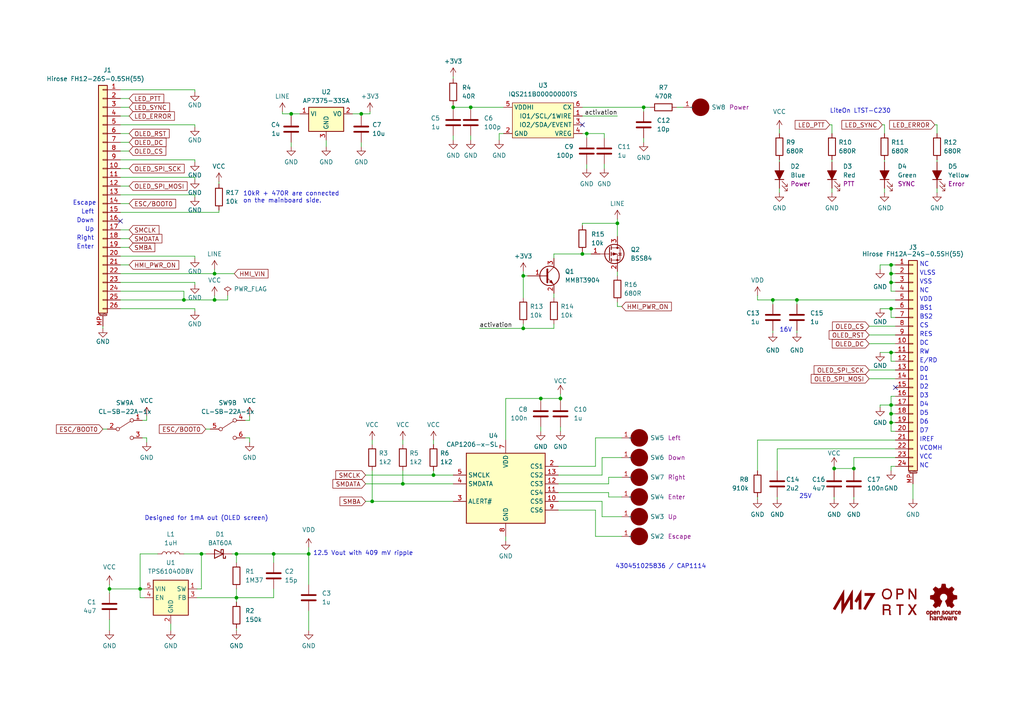
<source format=kicad_sch>
(kicad_sch (version 20230121) (generator eeschema)
  (paper "A4")
  (junction (at 62.23 79.375))
  (junction (at 258.445 120.015))
  (junction (at 162.56 115.57))
  (junction (at 168.91 73.66))
  (junction (at 116.84 140.335))
  (junction (at 31.75 170.815))
  (junction (at 170.18 38.735))
  (junction (at 247.65 135.89))
  (junction (at 224.155 86.995))
  (junction (at 241.935 135.89))
  (junction (at 131.445 31.115))
  (junction (at 151.765 80.01))
  (junction (at 258.445 81.915))
  (junction (at 89.535 160.655))
  (junction (at 179.07 64.77))
  (junction (at 62.23 86.995))
  (junction (at 136.525 31.115))
  (junction (at 53.34 86.995))
  (junction (at 107.95 145.415))
  (junction (at 58.42 160.655))
  (junction (at 258.445 76.835))
  (junction (at 258.445 89.535))
  (junction (at 231.14 86.995))
  (junction (at 186.69 31.115))
  (junction (at 84.455 33.02))
  (junction (at 151.765 95.25))
  (junction (at 68.58 173.355))
  (junction (at 258.445 102.235))
  (junction (at 258.445 79.375))
  (junction (at 258.445 122.555))
  (junction (at 79.375 160.655))
  (junction (at 68.58 160.655))
  (junction (at 258.445 117.475))
  (junction (at 156.845 115.57))
  (junction (at 104.775 33.02))
  (junction (at 40.64 170.815))
  (junction (at 125.73 137.795))
  (no_connect (at 259.715 112.395))
  (no_connect (at 34.925 64.135))
  (no_connect (at 168.91 36.195))
  (wire (pts (xy 176.53 144.145) (xy 180.34 144.145)))
  (wire (pts (xy 125.73 137.795) (xy 131.445 137.795)))
  (wire (pts (xy 258.445 135.255) (xy 259.715 135.255)))
  (wire (pts (xy 56.515 81.915) (xy 34.925 81.915)))
  (wire (pts (xy 258.445 135.255) (xy 258.445 136.525)))
  (wire (pts (xy 271.145 36.195) (xy 271.78 36.195)))
  (wire (pts (xy 160.655 93.98) (xy 160.655 95.25)))
  (wire (pts (xy 79.375 170.815) (xy 79.375 173.355)))
  (wire (pts (xy 125.73 127.635) (xy 125.73 128.905)))
  (wire (pts (xy 56.515 56.515) (xy 56.515 57.15)))
  (wire (pts (xy 170.18 47.625) (xy 170.18 48.895)))
  (wire (pts (xy 258.445 89.535) (xy 258.445 92.075)))
  (wire (pts (xy 106.045 137.795) (xy 125.73 137.795)))
  (wire (pts (xy 231.14 86.995) (xy 231.14 88.265)))
  (wire (pts (xy 31.75 170.815) (xy 40.64 170.815)))
  (wire (pts (xy 56.515 74.295) (xy 34.925 74.295)))
  (wire (pts (xy 68.58 163.195) (xy 68.58 160.655)))
  (wire (pts (xy 56.515 74.295) (xy 56.515 74.93)))
  (wire (pts (xy 172.72 127) (xy 180.34 127)))
  (wire (pts (xy 56.515 46.355) (xy 34.925 46.355)))
  (wire (pts (xy 94.615 40.64) (xy 94.615 42.545)))
  (wire (pts (xy 136.525 31.115) (xy 146.05 31.115)))
  (wire (pts (xy 81.915 33.02) (xy 84.455 33.02)))
  (wire (pts (xy 219.71 127.635) (xy 219.71 136.525)))
  (wire (pts (xy 258.445 120.015) (xy 259.715 120.015)))
  (wire (pts (xy 258.445 117.475) (xy 258.445 120.015)))
  (wire (pts (xy 107.95 145.415) (xy 131.445 145.415)))
  (wire (pts (xy 186.69 31.115) (xy 188.595 31.115)))
  (wire (pts (xy 241.3 54.61) (xy 241.3 55.88)))
  (wire (pts (xy 224.155 86.995) (xy 224.155 88.265)))
  (wire (pts (xy 125.73 136.525) (xy 125.73 137.795)))
  (wire (pts (xy 241.935 135.89) (xy 247.65 135.89)))
  (wire (pts (xy 258.445 114.935) (xy 258.445 117.475)))
  (wire (pts (xy 56.515 36.195) (xy 34.925 36.195)))
  (wire (pts (xy 258.445 79.375) (xy 258.445 81.915)))
  (wire (pts (xy 241.935 135.89) (xy 241.935 136.525)))
  (wire (pts (xy 162.56 123.825) (xy 162.56 125.095)))
  (wire (pts (xy 31.75 169.545) (xy 31.75 170.815)))
  (wire (pts (xy 131.445 39.37) (xy 131.445 40.64)))
  (wire (pts (xy 37.465 71.755) (xy 34.925 71.755)))
  (wire (pts (xy 258.445 117.475) (xy 259.715 117.475)))
  (wire (pts (xy 179.07 63.5) (xy 179.07 64.77)))
  (wire (pts (xy 226.06 54.61) (xy 226.06 55.88)))
  (wire (pts (xy 252.095 107.315) (xy 259.715 107.315)))
  (wire (pts (xy 258.445 84.455) (xy 259.715 84.455)))
  (wire (pts (xy 41.275 121.92) (xy 42.545 121.92)))
  (wire (pts (xy 247.65 144.145) (xy 247.65 144.78)))
  (wire (pts (xy 89.535 160.655) (xy 89.535 169.545)))
  (wire (pts (xy 62.23 78.105) (xy 62.23 79.375)))
  (wire (pts (xy 224.155 86.995) (xy 231.14 86.995)))
  (wire (pts (xy 168.91 38.735) (xy 170.18 38.735)))
  (wire (pts (xy 172.72 155.575) (xy 180.34 155.575)))
  (wire (pts (xy 56.515 26.035) (xy 34.925 26.035)))
  (wire (pts (xy 258.445 76.835) (xy 258.445 79.375)))
  (wire (pts (xy 79.375 160.655) (xy 89.535 160.655)))
  (wire (pts (xy 56.515 56.515) (xy 34.925 56.515)))
  (wire (pts (xy 255.27 76.835) (xy 255.27 78.105)))
  (wire (pts (xy 37.465 41.275) (xy 34.925 41.275)))
  (wire (pts (xy 258.445 79.375) (xy 259.715 79.375)))
  (wire (pts (xy 219.71 144.145) (xy 219.71 144.78)))
  (wire (pts (xy 68.58 160.655) (xy 79.375 160.655)))
  (wire (pts (xy 258.445 114.935) (xy 259.715 114.935)))
  (wire (pts (xy 252.095 109.855) (xy 259.715 109.855)))
  (wire (pts (xy 131.445 22.225) (xy 131.445 22.86)))
  (wire (pts (xy 59.69 124.46) (xy 60.96 124.46)))
  (wire (pts (xy 255.27 89.535) (xy 258.445 89.535)))
  (wire (pts (xy 255.27 76.835) (xy 258.445 76.835)))
  (wire (pts (xy 179.07 78.74) (xy 179.07 80.01)))
  (wire (pts (xy 241.3 46.99) (xy 241.3 46.355)))
  (wire (pts (xy 231.14 95.885) (xy 231.14 96.52)))
  (wire (pts (xy 56.515 46.355) (xy 56.515 46.99)))
  (wire (pts (xy 37.465 38.735) (xy 34.925 38.735)))
  (wire (pts (xy 84.455 33.02) (xy 84.455 33.655)))
  (wire (pts (xy 161.925 140.335) (xy 176.53 140.335)))
  (wire (pts (xy 63.5 52.705) (xy 63.5 53.34)))
  (wire (pts (xy 131.445 31.115) (xy 131.445 31.75)))
  (wire (pts (xy 247.65 135.89) (xy 247.65 136.525)))
  (wire (pts (xy 172.72 127) (xy 172.72 135.255)))
  (wire (pts (xy 255.27 117.475) (xy 255.27 118.11)))
  (wire (pts (xy 37.465 53.975) (xy 34.925 53.975)))
  (wire (pts (xy 258.445 104.775) (xy 259.715 104.775)))
  (wire (pts (xy 71.12 121.92) (xy 72.39 121.92)))
  (wire (pts (xy 68.58 170.815) (xy 68.58 173.355)))
  (wire (pts (xy 255.27 102.235) (xy 258.445 102.235)))
  (wire (pts (xy 252.095 99.695) (xy 259.715 99.695)))
  (wire (pts (xy 174.625 145.415) (xy 174.625 149.86)))
  (wire (pts (xy 162.56 114.3) (xy 162.56 115.57)))
  (wire (pts (xy 175.26 47.625) (xy 175.26 48.895)))
  (wire (pts (xy 131.445 30.48) (xy 131.445 31.115)))
  (wire (pts (xy 72.39 127) (xy 72.39 128.27)))
  (wire (pts (xy 29.845 124.46) (xy 31.115 124.46)))
  (wire (pts (xy 240.665 36.195) (xy 241.3 36.195)))
  (wire (pts (xy 84.455 41.275) (xy 84.455 42.545)))
  (wire (pts (xy 156.845 115.57) (xy 146.685 115.57)))
  (wire (pts (xy 56.515 89.535) (xy 56.515 90.17)))
  (wire (pts (xy 68.58 182.245) (xy 68.58 182.88)))
  (wire (pts (xy 67.31 160.655) (xy 68.58 160.655)))
  (wire (pts (xy 102.235 33.02) (xy 104.775 33.02)))
  (wire (pts (xy 144.78 38.735) (xy 146.05 38.735)))
  (wire (pts (xy 144.78 38.735) (xy 144.78 40.64)))
  (wire (pts (xy 56.515 26.67) (xy 56.515 26.035)))
  (wire (pts (xy 225.425 144.145) (xy 225.425 144.78)))
  (wire (pts (xy 258.445 120.015) (xy 258.445 122.555)))
  (wire (pts (xy 174.625 149.86) (xy 180.34 149.86)))
  (wire (pts (xy 258.445 102.235) (xy 258.445 104.775)))
  (wire (pts (xy 139.065 95.25) (xy 151.765 95.25)))
  (wire (pts (xy 106.045 140.335) (xy 116.84 140.335)))
  (wire (pts (xy 168.91 73.025) (xy 168.91 73.66)))
  (wire (pts (xy 161.925 137.795) (xy 174.625 137.795)))
  (wire (pts (xy 231.14 86.995) (xy 259.715 86.995)))
  (wire (pts (xy 84.455 33.02) (xy 86.995 33.02)))
  (wire (pts (xy 170.18 38.735) (xy 170.18 40.005)))
  (wire (pts (xy 255.905 36.195) (xy 256.54 36.195)))
  (wire (pts (xy 156.845 115.57) (xy 156.845 116.205)))
  (wire (pts (xy 252.095 97.155) (xy 259.715 97.155)))
  (wire (pts (xy 271.78 36.195) (xy 271.78 38.735)))
  (wire (pts (xy 160.655 73.66) (xy 160.655 74.93)))
  (wire (pts (xy 58.42 160.655) (xy 58.42 170.815)))
  (wire (pts (xy 241.935 144.145) (xy 241.935 144.78)))
  (wire (pts (xy 31.75 179.705) (xy 31.75 182.88)))
  (wire (pts (xy 271.78 54.61) (xy 271.78 55.88)))
  (wire (pts (xy 256.54 54.61) (xy 256.54 55.88)))
  (wire (pts (xy 224.155 95.885) (xy 224.155 96.52)))
  (wire (pts (xy 89.535 177.165) (xy 89.535 182.88)))
  (wire (pts (xy 66.04 86.995) (xy 62.23 86.995)))
  (wire (pts (xy 179.07 64.77) (xy 179.07 68.58)))
  (wire (pts (xy 226.06 46.99) (xy 226.06 46.355)))
  (wire (pts (xy 116.84 140.335) (xy 131.445 140.335)))
  (wire (pts (xy 37.465 69.215) (xy 34.925 69.215)))
  (wire (pts (xy 81.915 32.385) (xy 81.915 33.02)))
  (wire (pts (xy 151.765 80.01) (xy 151.765 86.36)))
  (wire (pts (xy 258.445 125.095) (xy 259.715 125.095)))
  (wire (pts (xy 42.545 127) (xy 42.545 128.27)))
  (wire (pts (xy 258.445 81.915) (xy 258.445 84.455)))
  (wire (pts (xy 168.91 33.655) (xy 179.07 33.655)))
  (wire (pts (xy 56.515 36.195) (xy 56.515 36.83)))
  (wire (pts (xy 116.84 136.525) (xy 116.84 140.335)))
  (wire (pts (xy 160.655 73.66) (xy 168.91 73.66)))
  (wire (pts (xy 106.045 145.415) (xy 107.95 145.415)))
  (wire (pts (xy 62.23 79.375) (xy 34.925 79.375)))
  (wire (pts (xy 131.445 31.115) (xy 136.525 31.115)))
  (wire (pts (xy 89.535 158.75) (xy 89.535 160.655)))
  (wire (pts (xy 151.765 78.74) (xy 151.765 80.01)))
  (wire (pts (xy 258.445 92.075) (xy 259.715 92.075)))
  (wire (pts (xy 271.78 46.99) (xy 271.78 46.355)))
  (wire (pts (xy 156.845 115.57) (xy 162.56 115.57)))
  (wire (pts (xy 241.3 36.195) (xy 241.3 38.735)))
  (wire (pts (xy 175.26 38.735) (xy 175.26 40.005)))
  (wire (pts (xy 42.545 120.65) (xy 42.545 121.92)))
  (wire (pts (xy 49.53 180.975) (xy 49.53 182.88)))
  (wire (pts (xy 53.34 86.995) (xy 34.925 86.995)))
  (wire (pts (xy 252.095 94.615) (xy 259.715 94.615)))
  (wire (pts (xy 258.445 102.235) (xy 259.715 102.235)))
  (wire (pts (xy 53.34 84.455) (xy 53.34 86.995)))
  (wire (pts (xy 258.445 122.555) (xy 259.715 122.555)))
  (wire (pts (xy 170.18 38.735) (xy 175.26 38.735)))
  (wire (pts (xy 72.39 120.65) (xy 72.39 121.92)))
  (wire (pts (xy 68.58 173.355) (xy 79.375 173.355)))
  (wire (pts (xy 56.515 51.435) (xy 34.925 51.435)))
  (wire (pts (xy 151.765 95.25) (xy 160.655 95.25)))
  (wire (pts (xy 57.15 173.355) (xy 68.58 173.355)))
  (wire (pts (xy 116.84 127.635) (xy 116.84 128.905)))
  (wire (pts (xy 247.65 132.715) (xy 247.65 135.89)))
  (wire (pts (xy 247.65 132.715) (xy 259.715 132.715)))
  (wire (pts (xy 161.925 145.415) (xy 174.625 145.415)))
  (wire (pts (xy 53.34 160.655) (xy 58.42 160.655)))
  (wire (pts (xy 41.275 127) (xy 42.545 127)))
  (wire (pts (xy 225.425 130.175) (xy 225.425 136.525)))
  (wire (pts (xy 226.06 37.465) (xy 226.06 38.735)))
  (wire (pts (xy 168.91 31.115) (xy 186.69 31.115)))
  (wire (pts (xy 59.69 160.655) (xy 58.42 160.655)))
  (wire (pts (xy 136.525 39.37) (xy 136.525 40.64)))
  (wire (pts (xy 264.795 140.335) (xy 264.795 144.78)))
  (wire (pts (xy 56.515 51.435) (xy 56.515 52.07)))
  (wire (pts (xy 146.685 155.575) (xy 146.685 156.845)))
  (wire (pts (xy 62.23 86.995) (xy 62.23 85.725)))
  (wire (pts (xy 168.91 64.77) (xy 179.07 64.77)))
  (wire (pts (xy 67.945 79.375) (xy 62.23 79.375)))
  (wire (pts (xy 255.27 117.475) (xy 258.445 117.475)))
  (wire (pts (xy 63.5 60.96) (xy 63.5 61.595)))
  (wire (pts (xy 186.69 40.005) (xy 186.69 41.275)))
  (wire (pts (xy 161.925 147.955) (xy 172.72 147.955)))
  (wire (pts (xy 62.23 86.995) (xy 53.34 86.995)))
  (wire (pts (xy 107.315 32.385) (xy 107.315 33.02)))
  (wire (pts (xy 258.445 89.535) (xy 259.715 89.535)))
  (wire (pts (xy 107.95 127.635) (xy 107.95 128.905)))
  (wire (pts (xy 161.925 142.875) (xy 176.53 142.875)))
  (wire (pts (xy 31.75 170.815) (xy 31.75 172.085)))
  (wire (pts (xy 219.71 127.635) (xy 259.715 127.635)))
  (wire (pts (xy 37.465 66.675) (xy 34.925 66.675)))
  (wire (pts (xy 179.07 88.9) (xy 180.34 88.9)))
  (wire (pts (xy 176.53 138.43) (xy 180.34 138.43)))
  (wire (pts (xy 151.765 80.01) (xy 153.035 80.01)))
  (wire (pts (xy 156.845 123.825) (xy 156.845 125.095)))
  (wire (pts (xy 174.625 132.715) (xy 180.34 132.715)))
  (wire (pts (xy 56.515 89.535) (xy 34.925 89.535)))
  (wire (pts (xy 136.525 31.115) (xy 136.525 31.75)))
  (wire (pts (xy 37.465 28.575) (xy 34.925 28.575)))
  (wire (pts (xy 162.56 115.57) (xy 162.56 116.205)))
  (wire (pts (xy 241.935 135.255) (xy 241.935 135.89)))
  (wire (pts (xy 168.91 64.77) (xy 168.91 65.405)))
  (wire (pts (xy 40.64 160.655) (xy 40.64 170.815)))
  (wire (pts (xy 176.53 138.43) (xy 176.53 140.335)))
  (wire (pts (xy 196.215 31.115) (xy 198.12 31.115)))
  (wire (pts (xy 79.375 160.655) (xy 79.375 163.195)))
  (wire (pts (xy 104.775 42.545) (xy 104.775 41.275)))
  (wire (pts (xy 258.445 76.835) (xy 259.715 76.835)))
  (wire (pts (xy 104.775 33.02) (xy 104.775 33.655)))
  (wire (pts (xy 179.07 87.63) (xy 179.07 88.9)))
  (wire (pts (xy 37.465 59.055) (xy 34.925 59.055)))
  (wire (pts (xy 258.445 81.915) (xy 259.715 81.915)))
  (wire (pts (xy 174.625 132.715) (xy 174.625 137.795)))
  (wire (pts (xy 40.64 170.815) (xy 40.64 173.355)))
  (wire (pts (xy 37.465 43.815) (xy 34.925 43.815)))
  (wire (pts (xy 37.465 33.655) (xy 34.925 33.655)))
  (wire (pts (xy 186.69 31.115) (xy 186.69 32.385)))
  (wire (pts (xy 40.64 160.655) (xy 45.72 160.655)))
  (wire (pts (xy 57.15 170.815) (xy 58.42 170.815)))
  (wire (pts (xy 219.71 85.725) (xy 219.71 86.995)))
  (wire (pts (xy 71.12 127) (xy 72.39 127)))
  (wire (pts (xy 37.465 31.115) (xy 34.925 31.115)))
  (wire (pts (xy 256.54 46.99) (xy 256.54 46.355)))
  (wire (pts (xy 151.765 93.98) (xy 151.765 95.25)))
  (wire (pts (xy 34.925 61.595) (xy 63.5 61.595)))
  (wire (pts (xy 68.58 173.355) (xy 68.58 174.625)))
  (wire (pts (xy 258.445 122.555) (xy 258.445 125.095)))
  (wire (pts (xy 104.775 33.02) (xy 107.315 33.02)))
  (wire (pts (xy 146.685 115.57) (xy 146.685 127.635)))
  (wire (pts (xy 176.53 142.875) (xy 176.53 144.145)))
  (wire (pts (xy 53.34 84.455) (xy 34.925 84.455)))
  (wire (pts (xy 160.655 85.09) (xy 160.655 86.36)))
  (wire (pts (xy 37.465 48.895) (xy 34.925 48.895)))
  (wire (pts (xy 56.515 81.915) (xy 56.515 82.55)))
  (wire (pts (xy 256.54 36.195) (xy 256.54 38.735)))
  (wire (pts (xy 40.64 173.355) (xy 41.91 173.355)))
  (wire (pts (xy 107.95 136.525) (xy 107.95 145.415)))
  (wire (pts (xy 219.71 86.995) (xy 224.155 86.995)))
  (wire (pts (xy 37.465 76.835) (xy 34.925 76.835)))
  (wire (pts (xy 225.425 130.175) (xy 259.715 130.175)))
  (wire (pts (xy 172.72 147.955) (xy 172.72 155.575)))
  (wire (pts (xy 40.64 170.815) (xy 41.91 170.815)))
  (wire (pts (xy 29.845 94.615) (xy 29.845 95.25)))
  (wire (pts (xy 168.91 73.66) (xy 171.45 73.66)))
  (wire (pts (xy 161.925 135.255) (xy 172.72 135.255)))
  (wire (pts (xy 66.04 86.995) (xy 66.04 85.725)))
  (text "Designed for 1mA out (OLED screen)" (at 41.91 151.13 0) (effects (font (size 1.27 1.27)) (justify left bottom)))
  (text "CS" (at 266.7 95.25 0) (effects (font (size 1.27 1.27)) (justify left bottom)))
  (text "12.5 Vout with 409 mV ripple" (at 90.805 161.29 0) (effects (font (size 1.27 1.27)) (justify left bottom)))
  (text "VCOMH" (at 266.7 130.81 0) (effects (font (size 1.27 1.27)) (justify left bottom)))
  (text "E/RD" (at 266.7 105.41 0) (effects (font (size 1.27 1.27)) (justify left bottom)))
  (text "IREF" (at 266.7 128.27 0) (effects (font (size 1.27 1.27)) (justify left bottom)))
  (text "D0" (at 266.6811 107.9161 0) (effects (font (size 1.27 1.27)) (justify left bottom)))
  (text "NC" (at 266.7 85.09 0) (effects (font (size 1.27 1.27)) (justify left bottom)))
  (text "D1" (at 266.7 110.49 0) (effects (font (size 1.27 1.27)) (justify left bottom)))
  (text "VDD" (at 266.7 87.63 0) (effects (font (size 1.27 1.27)) (justify left bottom)))
  (text "10kR + 470R are connected\non the mainboard side." (at 70.485 59.055 0) (effects (font (size 1.27 1.27)) (justify left bottom)))
  (text "BS2" (at 266.7 92.71 0) (effects (font (size 1.27 1.27)) (justify left bottom)))
  (text "Right" (at 27.305 69.85 0) (effects (font (size 1.27 1.27)) (justify right bottom)))
  (text "25V" (at 231.775 144.78 0) (effects (font (size 1.27 1.27)) (justify left bottom)))
  (text "Enter" (at 27.305 72.39 0) (effects (font (size 1.27 1.27)) (justify right bottom)))
  (text "D7" (at 266.7 125.73 0) (effects (font (size 1.27 1.27)) (justify left bottom)))
  (text "D3" (at 266.7 115.57 0) (effects (font (size 1.27 1.27)) (justify left bottom)))
  (text "D4" (at 266.7 118.11 0) (effects (font (size 1.27 1.27)) (justify left bottom)))
  (text "LiteOn LTST-C230" (at 240.665 33.02 0) (effects (font (size 1.27 1.27)) (justify left bottom)))
  (text "NC" (at 266.6811 135.86 0) (effects (font (size 1.27 1.27)) (justify left bottom)))
  (text "Down" (at 27.305 64.77 0) (effects (font (size 1.27 1.27)) (justify right bottom)))
  (text "VLSS" (at 266.7 80.01 0) (effects (font (size 1.27 1.27)) (justify left bottom)))
  (text "VCC" (at 266.7 133.35 0) (effects (font (size 1.27 1.27)) (justify left bottom)))
  (text "RW" (at 266.7 102.87 0) (effects (font (size 1.27 1.27)) (justify left bottom)))
  (text "DC" (at 266.7 100.33 0) (effects (font (size 1.27 1.27)) (justify left bottom)))
  (text "Escape" (at 27.94 59.69 0) (effects (font (size 1.27 1.27)) (justify right bottom)))
  (text "D6" (at 266.7 123.19 0) (effects (font (size 1.27 1.27)) (justify left bottom)))
  (text "Left" (at 27.305 62.23 0) (effects (font (size 1.27 1.27)) (justify right bottom)))
  (text "430451025836 / CAP1114\n" (at 178.435 165.1 0) (effects (font (size 1.27 1.27)) (justify left bottom)))
  (text "RES" (at 266.7 97.79 0) (effects (font (size 1.27 1.27)) (justify left bottom)))
  (text "16V" (at 226.06 96.52 0) (effects (font (size 1.27 1.27)) (justify left bottom)))
  (text "VSS" (at 266.7 82.55 0) (effects (font (size 1.27 1.27)) (justify left bottom)))
  (text "D5" (at 266.7 120.65 0) (effects (font (size 1.27 1.27)) (justify left bottom)))
  (text "NC" (at 266.7 77.47 0) (effects (font (size 1.27 1.27)) (justify left bottom)))
  (text "BS1" (at 266.7 90.17 0) (effects (font (size 1.27 1.27)) (justify left bottom)))
  (text "Up" (at 27.305 67.31 0) (effects (font (size 1.27 1.27)) (justify right bottom)))
  (text "D2" (at 266.7 113.03 0) (effects (font (size 1.27 1.27)) (justify left bottom)))
  (label "activation" (at 179.07 33.655 180))
  (label "activation" (at 139.065 95.25 0))
  (global_label "HMI_PWR_ON" (shape input) (at 37.465 76.835 0) (property "Intersheetrefs" "${INTERSHEET_REFS}" (effects hide)))
  (global_label "SMBA" (shape input) (at 106.045 145.415 180) (property "Intersheetrefs" "${INTERSHEET_REFS}" (effects hide)))
  (global_label "OLED_SPI_SCK" (shape input) (at 252.095 107.315 180) (property "Intersheetrefs" "${INTERSHEET_REFS}" (effects hide)))
  (global_label "OLED_RST" (shape input) (at 252.095 97.155 180) (property "Intersheetrefs" "${INTERSHEET_REFS}" (effects hide)))
  (global_label "ESC{slash}BOOT0" (shape input) (at 37.465 59.055 0) (property "Intersheetrefs" "${INTERSHEET_REFS}" (effects hide)))
  (global_label "OLED_RST" (shape input) (at 37.465 38.735 0) (property "Intersheetrefs" "${INTERSHEET_REFS}" (effects hide)))
  (global_label "SMDATA" (shape input) (at 37.465 69.215 0) (property "Intersheetrefs" "${INTERSHEET_REFS}" (effects hide)))
  (global_label "LED_PTT" (shape input) (at 240.665 36.195 180) (property "Intersheetrefs" "${INTERSHEET_REFS}" (effects hide)))
  (global_label "ESC{slash}BOOT0" (shape input) (at 59.69 124.46 180) (property "Intersheetrefs" "${INTERSHEET_REFS}" (effects hide)))
  (global_label "HMI_VIN" (shape input) (at 67.945 79.375 0) (property "Intersheetrefs" "${INTERSHEET_REFS}" (effects hide)))
  (global_label "HMI_PWR_ON" (shape input) (at 180.34 88.9 0) (property "Intersheetrefs" "${INTERSHEET_REFS}" (effects hide)))
  (global_label "SMDATA" (shape input) (at 106.045 140.335 180) (property "Intersheetrefs" "${INTERSHEET_REFS}" (effects hide)))
  (global_label "OLED_CS" (shape input) (at 252.095 94.615 180) (property "Intersheetrefs" "${INTERSHEET_REFS}" (effects hide)))
  (global_label "LED_PTT" (shape input) (at 37.465 28.575 0) (property "Intersheetrefs" "${INTERSHEET_REFS}" (effects hide)))
  (global_label "OLED_SPI_SCK" (shape input) (at 37.465 48.895 0) (property "Intersheetrefs" "${INTERSHEET_REFS}" (effects hide)))
  (global_label "SMCLK" (shape input) (at 106.045 137.795 180) (property "Intersheetrefs" "${INTERSHEET_REFS}" (effects hide)))
  (global_label "OLED_CS" (shape input) (at 37.465 43.815 0) (property "Intersheetrefs" "${INTERSHEET_REFS}" (effects hide)))
  (global_label "OLED_SPI_MOSI" (shape input) (at 252.095 109.855 180) (property "Intersheetrefs" "${INTERSHEET_REFS}" (effects hide)))
  (global_label "OLED_SPI_MOSI" (shape input) (at 37.465 53.975 0) (property "Intersheetrefs" "${INTERSHEET_REFS}" (effects hide)))
  (global_label "ESC{slash}BOOT0" (shape input) (at 29.845 124.46 180) (property "Intersheetrefs" "${INTERSHEET_REFS}" (effects hide)))
  (global_label "SMCLK" (shape input) (at 37.465 66.675 0) (property "Intersheetrefs" "${INTERSHEET_REFS}" (effects hide)))
  (global_label "LED_SYNC" (shape input) (at 37.465 31.115 0) (property "Intersheetrefs" "${INTERSHEET_REFS}" (effects hide)))
  (global_label "OLED_DC" (shape input) (at 37.465 41.275 0) (property "Intersheetrefs" "${INTERSHEET_REFS}" (effects hide)))
  (global_label "OLED_DC" (shape input) (at 252.095 99.695 180) (property "Intersheetrefs" "${INTERSHEET_REFS}" (effects hide)))
  (global_label "LED_ERROR" (shape input) (at 37.465 33.655 0) (property "Intersheetrefs" "${INTERSHEET_REFS}" (effects hide)))
  (global_label "SMBA" (shape input) (at 37.465 71.755 0) (property "Intersheetrefs" "${INTERSHEET_REFS}" (effects hide)))
  (global_label "LED_SYNC" (shape input) (at 255.905 36.195 180) (property "Intersheetrefs" "${INTERSHEET_REFS}" (effects hide)))
  (global_label "LED_ERROR" (shape input) (at 271.145 36.195 180) (property "Intersheetrefs" "${INTERSHEET_REFS}" (effects hide)))
  (symbol (lib_id "power:GND") (at 104.775 42.545 0) (mirror y) (unit 1)
    (property "Reference" "#PWR029" (effects hide))
    (property "Value" "GND" (at 104.775 46.99 0))
  )
  (symbol (lib_name "Capacite_Touch_Button_1") (lib_id "M17_misc_passive:Capacite_Touch_Button") (at 200.66 31.115 0) (unit 1) (in_bom no)
    (property "Reference" "SW8" (at 206.375 31.115 0) (effects (justify left)))
    (property "Value" "~" (at 200.66 31.115 0))
    (property "Footprint" "M17_misc_passive:Capacitive_Touch_Round_12mm" (effects hide))
    (property "Comment" "Power" (at 211.455 31.115 0) (effects (justify left)))
  )
  (symbol (lib_id "power:GND") (at 226.06 55.88 0) (unit 1)
    (property "Reference" "#PWR046" (effects hide))
    (property "Value" "GND" (at 226.06 60.325 0))
  )
  (symbol (lib_id "power:LINE") (at 81.915 32.385 0) (unit 1)
    (property "Reference" "#PWR020" (effects hide))
    (property "Value" "LINE" (at 81.915 27.94 0))
  )
  (symbol (lib_id "Device:R") (at 68.58 167.005 0) (unit 1)
    (property "Reference" "R1" (at 71.12 165.735 0) (effects (justify left)))
    (property "Value" "1M37" (at 71.12 168.275 0) (effects (justify left)))
    (property "Footprint" "Resistor_SMD:R_0603_1608Metric" (effects hide))
  )
  (symbol (lib_id "Device:R") (at 192.405 31.115 90) (unit 1)
    (property "Reference" "R7" (at 192.405 25.4 90))
    (property "Value" "470R" (at 192.405 27.94 90))
    (property "Footprint" "Resistor_SMD:R_0603_1608Metric" (effects hide))
  )
  (symbol (lib_id "power:VDD") (at 89.535 158.75 0) (unit 1)
    (property "Reference" "#PWR018" (effects hide))
    (property "Value" "VDD" (at 89.535 153.67 0))
  )
  (symbol (lib_id "power:GND") (at 231.14 96.52 0) (unit 1)
    (property "Reference" "#PWR047" (effects hide))
    (property "Value" "GND" (at 231.14 101.6 0))
  )
  (symbol (lib_id "Device:R") (at 63.5 57.15 0) (unit 1)
    (property "Reference" "R17" (at 65.405 55.88 0) (effects (justify left)))
    (property "Value" "10k" (at 65.405 58.42 0) (effects (justify left)))
    (property "Footprint" "Resistor_SMD:R_0603_1608Metric" (effects hide))
  )
  (symbol (lib_id "power:GND") (at 72.39 128.27 0) (unit 1)
    (property "Reference" "#PWR040" (effects hide))
    (property "Value" "GND" (at 72.39 132.715 0))
  )
  (symbol (lib_id "Device:C") (at 136.525 35.56 0) (unit 1)
    (property "Reference" "C6" (at 140.335 34.29 0) (effects (justify left)))
    (property "Value" "100p" (at 140.335 36.83 0) (effects (justify left)))
    (property "Footprint" "Capacitor_SMD:C_0603_1608Metric" (effects hide))
  )
  (symbol (lib_id "power:GND") (at 256.54 55.88 0) (unit 1)
    (property "Reference" "#PWR056" (effects hide))
    (property "Value" "GND" (at 256.54 60.325 0))
  )
  (symbol (lib_id "power:GND") (at 144.78 40.64 0) (unit 1)
    (property "Reference" "#PWR030" (effects hide))
    (property "Value" "GND" (at 144.78 45.085 0))
  )
  (symbol (lib_id "M17_misc_active:IQS211xyyyyyyyyTS") (at 157.48 34.925 0) (unit 1)
    (property "Reference" "U3" (at 157.48 24.765 0))
    (property "Value" "IQS211B00000000TS" (at 157.48 27.305 0))
    (property "Footprint" "Package_TO_SOT_SMD:TSOT-23-6" (effects hide))
    (property "Datasheet" "https://www.azoteq.com/images/stories/pdf/iqs211AB_datasheet.pdf" (effects hide))
  )
  (symbol (lib_id "Device:R") (at 160.655 90.17 0) (unit 1)
    (property "Reference" "R14" (at 162.56 88.9 0) (effects (justify left)))
    (property "Value" "10k" (at 162.56 91.44 0) (effects (justify left)))
    (property "Footprint" "Resistor_SMD:R_0603_1608Metric" (effects hide))
  )
  (symbol (lib_id "power:GND") (at 255.27 102.235 0) (unit 1)
    (property "Reference" "#PWR054" (effects hide))
    (property "Value" "GND" (at 255.27 106.045 0))
  )
  (symbol (lib_name "Capacite_Touch_Button_1") (lib_id "M17_misc_passive:Capacite_Touch_Button") (at 182.88 132.715 0) (unit 1) (in_bom no)
    (property "Reference" "SW6" (at 188.595 132.715 0) (effects (justify left)))
    (property "Value" "~" (at 182.88 132.715 0))
    (property "Footprint" "M17_misc_passive:Capacitive_Touch_Round_12mm" (effects hide))
    (property "Comment" "Down" (at 193.675 132.715 0) (effects (justify left)))
  )
  (symbol (lib_name "Capacite_Touch_Button_1") (lib_id "M17_misc_passive:Capacite_Touch_Button") (at 182.88 149.86 0) (unit 1) (in_bom no)
    (property "Reference" "SW3" (at 188.595 149.86 0) (effects (justify left)))
    (property "Value" "~" (at 182.88 149.86 0))
    (property "Footprint" "M17_misc_passive:Capacitive_Touch_Round_12mm" (effects hide))
    (property "Comment" "Up" (at 193.675 149.86 0) (effects (justify left)))
  )
  (symbol (lib_id "power:VCC") (at 63.5 52.705 0) (unit 1)
    (property "Reference" "#PWR062" (effects hide))
    (property "Value" "VCC" (at 63.5 48.26 0))
  )
  (symbol (lib_id "power:VCC") (at 62.23 85.725 0) (unit 1)
    (property "Reference" "#PWR016" (effects hide))
    (property "Value" "VCC" (at 62.23 81.28 0))
  )
  (symbol (lib_id "power:+3V3") (at 107.315 32.385 0) (unit 1)
    (property "Reference" "#PWR031" (effects hide))
    (property "Value" "+3V3" (at 107.315 27.94 0))
  )
  (symbol (lib_id "power:GND") (at 56.515 46.99 0) (mirror y) (unit 1)
    (property "Reference" "#PWR09" (effects hide))
    (property "Value" "GND" (at 56.515 50.8 0))
  )
  (symbol (lib_id "Device:C") (at 247.65 140.335 0) (unit 1)
    (property "Reference" "C17" (at 251.46 139.065 0) (effects (justify left)))
    (property "Value" "100n" (at 251.46 141.605 0) (effects (justify left)))
    (property "Footprint" "Capacitor_SMD:C_0603_1608Metric" (effects hide))
  )
  (symbol (lib_id "power:VCC") (at 107.95 127.635 0) (unit 1)
    (property "Reference" "#PWR021" (effects hide))
    (property "Value" "VCC" (at 107.95 123.19 0))
  )
  (symbol (lib_id "power:GND") (at 170.18 48.895 0) (unit 1)
    (property "Reference" "#PWR034" (effects hide))
    (property "Value" "GND" (at 170.18 53.34 0))
  )
  (symbol (lib_id "Regulator_Switching:TPS61040DBV") (at 49.53 173.355 0) (unit 1)
    (property "Reference" "U1" (at 49.53 163.195 0))
    (property "Value" "TPS61040DBV" (at 49.53 165.735 0))
    (property "Footprint" "Package_TO_SOT_SMD:SOT-23-5" (effects hide))
    (property "Datasheet" "http://www.ti.com/lit/ds/symlink/tps61040.pdf" (effects hide))
  )
  (symbol (lib_name "Capacite_Touch_Button_1") (lib_id "M17_misc_passive:Capacite_Touch_Button") (at 182.88 155.575 0) (unit 1) (in_bom no)
    (property "Reference" "SW2" (at 188.595 155.575 0) (effects (justify left)))
    (property "Value" "~" (at 182.88 155.575 0))
    (property "Footprint" "M17_misc_passive:Capacitive_Touch_Round_12mm" (effects hide))
    (property "Comment" "Escape" (at 193.675 155.575 0) (effects (justify left)))
  )
  (symbol (lib_id "M17_logos:M17_logo") (at 247.65 174.625 0) (unit 1) (in_bom no)
    (property "Reference" "LOGO1" (effects hide))
    (property "Value" "M17_logo" (effects hide))
    (property "Footprint" "M17_logos:M17_logo_16x9.2mm" (effects hide))
  )
  (symbol (lib_id "power:GND") (at 56.515 52.07 0) (mirror y) (unit 1)
    (property "Reference" "#PWR010" (effects hide))
    (property "Value" "GND" (at 56.515 55.88 0))
  )
  (symbol (lib_id "M17_power:AP7375-xxSA") (at 94.615 33.02 0) (unit 1)
    (property "Reference" "U2" (at 94.615 26.67 0))
    (property "Value" "AP7375-33SA" (at 94.615 29.21 0))
    (property "Footprint" "Package_TO_SOT_SMD:SOT-23" (effects hide))
    (property "Datasheet" "https://www.diodes.com/assets/Datasheets/AP7375.pdf" (effects hide))
  )
  (symbol (lib_id "Device:R") (at 116.84 132.715 0) (unit 1)
    (property "Reference" "R5" (at 118.745 131.445 0) (effects (justify left)))
    (property "Value" "1k2" (at 118.745 133.985 0) (effects (justify left)))
    (property "Footprint" "Resistor_SMD:R_0603_1608Metric" (effects hide))
  )
  (symbol (lib_name "Capacite_Touch_Button_1") (lib_id "M17_misc_passive:Capacite_Touch_Button") (at 182.88 138.43 0) (unit 1) (in_bom no)
    (property "Reference" "SW7" (at 188.595 138.43 0) (effects (justify left)))
    (property "Value" "~" (at 182.88 138.43 0))
    (property "Footprint" "M17_misc_passive:Capacitive_Touch_Round_12mm" (effects hide))
    (property "Comment" "Right" (at 193.675 138.43 0) (effects (justify left)))
  )
  (symbol (lib_id "Device:R") (at 256.54 42.545 0) (unit 1)
    (property "Reference" "R11" (at 258.445 41.275 0) (effects (justify left)))
    (property "Value" "680R" (at 258.445 43.815 0) (effects (justify left)))
    (property "Footprint" "Resistor_SMD:R_0603_1608Metric" (effects hide))
  )
  (symbol (lib_id "Sensor_Touch:CAP1206-x-SL") (at 146.685 142.875 0) (mirror y) (unit 1)
    (property "Reference" "U4" (at 144.4909 126.365 0) (effects (justify left)))
    (property "Value" "CAP1206-x-SL" (at 144.4909 128.905 0) (effects (justify left)))
    (property "Footprint" "Package_SO:SOIC-14_3.9x8.7mm_P1.27mm" (effects hide))
    (property "Datasheet" "http://ww1.microchip.com/downloads/en/DeviceDoc/00001567B.pdf" (effects hide))
  )
  (symbol (lib_id "power:LINE") (at 62.23 78.105 0) (mirror y) (unit 1)
    (property "Reference" "#PWR015" (effects hide))
    (property "Value" "LINE" (at 62.23 73.66 0))
  )
  (symbol (lib_id "power:GND") (at 224.155 96.52 0) (unit 1)
    (property "Reference" "#PWR043" (effects hide))
    (property "Value" "GND" (at 224.155 101.6 0))
  )
  (symbol (lib_id "Device:R") (at 168.91 69.215 0) (unit 1)
    (property "Reference" "R15" (at 171.45 67.945 0) (effects (justify left)))
    (property "Value" "10k" (at 171.45 70.485 0) (effects (justify left)))
    (property "Footprint" "Resistor_SMD:R_0603_1608Metric" (effects hide))
  )
  (symbol (lib_id "power:GND") (at 94.615 42.545 0) (unit 1)
    (property "Reference" "#PWR026" (effects hide))
    (property "Value" "GND" (at 94.615 46.99 0))
  )
  (symbol (lib_id "Device:C") (at 156.845 120.015 0) (unit 1)
    (property "Reference" "C8" (at 153.035 118.745 0) (effects (justify right)))
    (property "Value" "100n" (at 153.035 121.285 0) (effects (justify right)))
    (property "Footprint" "Capacitor_SMD:C_0603_1608Metric" (effects hide))
  )
  (symbol (lib_id "power:GND") (at 131.445 40.64 0) (unit 1)
    (property "Reference" "#PWR024" (effects hide))
    (property "Value" "GND" (at 131.445 45.085 0))
  )
  (symbol (lib_id "Device:R") (at 226.06 42.545 0) (unit 1)
    (property "Reference" "R9" (at 227.965 41.275 0) (effects (justify left)))
    (property "Value" "680R" (at 227.965 43.815 0) (effects (justify left)))
    (property "Footprint" "Resistor_SMD:R_0603_1608Metric" (effects hide))
  )
  (symbol (lib_id "power:GND") (at 247.65 144.78 0) (unit 1)
    (property "Reference" "#PWR051" (effects hide))
    (property "Value" "GND" (at 247.65 149.225 0))
  )
  (symbol (lib_id "Device:C") (at 131.445 35.56 0) (mirror y) (unit 1)
    (property "Reference" "C5" (at 127.635 34.29 0) (effects (justify left)))
    (property "Value" "1u" (at 127.635 36.83 0) (effects (justify left)))
    (property "Footprint" "Capacitor_SMD:C_0603_1608Metric" (effects hide))
  )
  (symbol (lib_id "power:GND") (at 29.845 95.25 0) (mirror y) (unit 1)
    (property "Reference" "#PWR01" (effects hide))
    (property "Value" "GND" (at 29.845 99.06 0))
  )
  (symbol (lib_id "power:GND") (at 264.795 144.78 0) (unit 1)
    (property "Reference" "#PWR058" (effects hide))
    (property "Value" "GND" (at 264.795 149.225 0))
  )
  (symbol (lib_id "power:GND") (at 186.69 41.275 0) (unit 1)
    (property "Reference" "#PWR038" (effects hide))
    (property "Value" "GND" (at 186.69 45.72 0))
  )
  (symbol (lib_id "power:VCC") (at 125.73 127.635 0) (unit 1)
    (property "Reference" "#PWR028" (effects hide))
    (property "Value" "VCC" (at 125.73 123.19 0))
  )
  (symbol (lib_id "power:GND") (at 146.685 156.845 0) (unit 1)
    (property "Reference" "#PWR032" (effects hide))
    (property "Value" "GND" (at 146.685 161.29 0))
  )
  (symbol (lib_id "power:GND") (at 156.845 125.095 0) (unit 1)
    (property "Reference" "#PWR033" (effects hide))
    (property "Value" "GND" (at 156.845 129.54 0))
  )
  (symbol (lib_id "Device:R") (at 241.3 42.545 0) (unit 1)
    (property "Reference" "R10" (at 243.205 41.275 0) (effects (justify left)))
    (property "Value" "680R" (at 243.205 43.815 0) (effects (justify left)))
    (property "Footprint" "Resistor_SMD:R_0603_1608Metric" (effects hide))
  )
  (symbol (lib_id "power:GND") (at 241.935 144.78 0) (unit 1)
    (property "Reference" "#PWR050" (effects hide))
    (property "Value" "GND" (at 241.935 149.225 0))
  )
  (symbol (lib_id "Transistor_BJT:MMBT3904") (at 158.115 80.01 0) (unit 1)
    (property "Reference" "Q1" (at 163.83 78.74 0) (effects (justify left)))
    (property "Value" "MMBT3904" (at 163.83 81.28 0) (effects (justify left)))
    (property "Footprint" "Package_TO_SOT_SMD:SOT-23" (effects hide))
    (property "Datasheet" "https://www.onsemi.com/pdf/datasheet/pzt3904-d.pdf" (effects hide))
  )
  (symbol (lib_id "M17_logos:OPN_RTX_logo") (at 260.985 174.625 0) (unit 1) (in_bom no)
    (property "Reference" "LOGO2" (effects hide))
    (property "Value" "OPN_RTX_logo" (effects hide))
    (property "Footprint" "M17_logos:OPN_RTX_logo_10x7.6mm" (effects hide))
  )
  (symbol (lib_id "M17_logos:OSHW_logo") (at 273.685 174.625 0) (unit 1) (in_bom no)
    (property "Reference" "LOGO3" (effects hide))
    (property "Value" "OSHW_logo" (effects hide))
    (property "Footprint" "M17_logos:OSHW_logo_12.5x13mm" (effects hide))
  )
  (symbol (lib_id "Device:C") (at 170.18 43.815 0) (mirror y) (unit 1)
    (property "Reference" "C9" (at 166.37 42.545 0) (effects (justify left)))
    (property "Value" "100p" (at 166.37 45.085 0) (effects (justify left)))
    (property "Footprint" "Capacitor_SMD:C_0603_1608Metric" (effects hide))
  )
  (symbol (lib_id "power:PWR_FLAG") (at 66.04 85.725 0) (mirror y) (unit 1)
    (property "Reference" "#FLG01" (effects hide))
    (property "Value" "PWR_FLAG" (at 77.47 83.82 0) (effects (justify left)))
  )
  (symbol (lib_id "power:GND") (at 255.27 89.535 0) (unit 1)
    (property "Reference" "#PWR053" (effects hide))
    (property "Value" "GND" (at 255.27 93.345 0))
  )
  (symbol (lib_id "Device:C") (at 175.26 43.815 0) (unit 1)
    (property "Reference" "C11" (at 179.07 42.545 0) (effects (justify left)))
    (property "Value" "1u" (at 179.07 45.085 0) (effects (justify left)))
    (property "Footprint" "Capacitor_SMD:C_0603_1608Metric" (effects hide))
  )
  (symbol (lib_id "power:GND") (at 255.27 78.105 0) (unit 1)
    (property "Reference" "#PWR052" (effects hide))
    (property "Value" "GND" (at 255.27 83.185 0))
  )
  (symbol (lib_id "power:GND") (at 162.56 125.095 0) (unit 1)
    (property "Reference" "#PWR036" (effects hide))
    (property "Value" "GND" (at 162.56 129.54 0))
  )
  (symbol (lib_id "Device:R") (at 131.445 26.67 0) (unit 1)
    (property "Reference" "R4" (at 133.985 25.4 0) (effects (justify left)))
    (property "Value" "40R" (at 133.985 27.94 0) (effects (justify left)))
    (property "Footprint" "Resistor_SMD:R_0603_1608Metric" (effects hide))
  )
  (symbol (lib_id "Device:R") (at 179.07 83.82 0) (unit 1)
    (property "Reference" "R16" (at 180.975 82.55 0) (effects (justify left)))
    (property "Value" "680R" (at 180.975 85.09 0) (effects (justify left)))
    (property "Footprint" "Resistor_SMD:R_0603_1608Metric" (effects hide))
  )
  (symbol (lib_id "power:GND") (at 56.515 36.83 0) (mirror y) (unit 1)
    (property "Reference" "#PWR08" (effects hide))
    (property "Value" "GND" (at 56.515 40.64 0))
  )
  (symbol (lib_id "Device:R") (at 107.95 132.715 0) (unit 1)
    (property "Reference" "R3" (at 109.855 131.445 0) (effects (justify left)))
    (property "Value" "1k2" (at 109.855 133.985 0) (effects (justify left)))
    (property "Footprint" "Resistor_SMD:R_0603_1608Metric" (effects hide))
  )
  (symbol (lib_id "power:GND") (at 175.26 48.895 0) (unit 1)
    (property "Reference" "#PWR037" (effects hide))
    (property "Value" "GND" (at 175.26 53.34 0))
  )
  (symbol (lib_id "power:GND") (at 136.525 40.64 0) (unit 1)
    (property "Reference" "#PWR027" (effects hide))
    (property "Value" "GND" (at 136.525 45.085 0))
  )
  (symbol (lib_id "power:+3V3") (at 151.765 78.74 0) (unit 1)
    (property "Reference" "#PWR060" (effects hide))
    (property "Value" "+3V3" (at 151.765 74.295 0))
  )
  (symbol (lib_id "Device:R") (at 68.58 178.435 0) (unit 1)
    (property "Reference" "R2" (at 71.12 177.165 0) (effects (justify left)))
    (property "Value" "150k" (at 71.12 179.705 0) (effects (justify left)))
    (property "Footprint" "Resistor_SMD:R_0603_1608Metric" (effects hide))
  )
  (symbol (lib_id "power:VCC") (at 72.39 120.65 0) (unit 1)
    (property "Reference" "#PWR039" (effects hide))
    (property "Value" "VCC" (at 72.39 116.205 0))
  )
  (symbol (lib_id "Device:C") (at 241.935 140.335 0) (unit 1)
    (property "Reference" "C16" (at 239.395 139.065 0) (effects (justify right)))
    (property "Value" "4u7" (at 239.395 141.605 0) (effects (justify right)))
    (property "Footprint" "Capacitor_SMD:C_0805_2012Metric" (effects hide))
  )
  (symbol (lib_id "Device:R") (at 219.71 140.335 0) (unit 1)
    (property "Reference" "R8" (at 217.17 139.065 0) (effects (justify right)))
    (property "Value" "910k" (at 217.17 141.605 0) (effects (justify right)))
    (property "Footprint" "Resistor_SMD:R_0603_1608Metric" (effects hide))
  )
  (symbol (lib_id "power:GND") (at 271.78 55.88 0) (unit 1)
    (property "Reference" "#PWR059" (effects hide))
    (property "Value" "GND" (at 271.78 60.325 0))
  )
  (symbol (lib_id "Device:R") (at 151.765 90.17 0) (unit 1)
    (property "Reference" "R13" (at 153.67 88.9 0) (effects (justify left)))
    (property "Value" "10k" (at 153.67 91.44 0) (effects (justify left)))
    (property "Footprint" "Resistor_SMD:R_0603_1608Metric" (effects hide))
  )
  (symbol (lib_id "power:VCC") (at 116.84 127.635 0) (unit 1)
    (property "Reference" "#PWR025" (effects hide))
    (property "Value" "VCC" (at 116.84 123.19 0))
  )
  (symbol (lib_id "Device:C") (at 84.455 37.465 0) (unit 1)
    (property "Reference" "C4" (at 81.28 36.195 0) (effects (justify right)))
    (property "Value" "1u" (at 81.28 38.735 0) (effects (justify right)))
    (property "Footprint" "Capacitor_SMD:C_0603_1608Metric" (effects hide))
  )
  (symbol (lib_id "Device:LED_Filled") (at 241.3 50.8 90) (unit 1)
    (property "Reference" "D3" (at 244.475 48.26 90) (effects (justify right)))
    (property "Value" "Red" (at 244.475 50.8 90) (effects (justify right)))
    (property "Footprint" "M17_misc_passive:LED_LiteOn_LTST-C230" (effects hide))
    (property "Comment" "PTT" (at 244.475 53.34 90) (effects (justify right)))
    (property "MPN" "LTST-C230KAKT, LTST-C230KGKT, LTST-C230KRKT, LTST-C230KSKT" (effects hide))
  )
  (symbol (lib_id "Switch:SW_DPDT_x2") (at 36.195 124.46 0) (unit 1)
    (property "Reference" "SW9" (at 36.195 116.84 0))
    (property "Value" "CL-SB-22A-1x" (at 36.195 119.38 0))
    (property "Footprint" "M17_misc_passive:Nidec_Copal-SB-22A" (effects hide))
  )
  (symbol (lib_id "power:GND") (at 49.53 182.88 0) (unit 1)
    (property "Reference" "#PWR04" (effects hide))
    (property "Value" "GND" (at 49.53 187.325 0))
  )
  (symbol (lib_id "power:GND") (at 56.515 90.17 0) (mirror y) (unit 1)
    (property "Reference" "#PWR014" (effects hide))
    (property "Value" "GND" (at 56.515 93.98 0))
  )
  (symbol (lib_id "Connector_Generic_MountingPin:Conn_01x26_MountingPin") (at 29.845 56.515 0) (mirror y) (unit 1)
    (property "Reference" "J1" (at 32.385 20.32 0) (effects (justify left)))
    (property "Value" "Hirose FH12-26S-0.5SH(55)" (at 41.91 22.86 0) (effects (justify left)))
    (property "Footprint" "Connector_FFC-FPC:Hirose_FH12-26S-0.5SH_1x26-1MP_P0.50mm_Horizontal" (effects hide))
  )
  (symbol (lib_id "Device:R") (at 271.78 42.545 0) (unit 1)
    (property "Reference" "R12" (at 273.685 41.275 0) (effects (justify left)))
    (property "Value" "680R" (at 273.685 43.815 0) (effects (justify left)))
    (property "Footprint" "Resistor_SMD:R_0603_1608Metric" (effects hide))
  )
  (symbol (lib_name "Capacite_Touch_Button_1") (lib_id "M17_misc_passive:Capacite_Touch_Button") (at 182.88 144.145 0) (unit 1) (in_bom no)
    (property "Reference" "SW4" (at 188.595 144.145 0) (effects (justify left)))
    (property "Value" "~" (at 182.88 144.145 0))
    (property "Footprint" "M17_misc_passive:Capacitive_Touch_Round_12mm" (effects hide))
    (property "Comment" "Enter" (at 193.675 144.145 0) (effects (justify left)))
  )
  (symbol (lib_id "power:VCC") (at 42.545 120.65 0) (unit 1)
    (property "Reference" "#PWR05" (effects hide))
    (property "Value" "VCC" (at 42.545 116.205 0))
  )
  (symbol (lib_id "power:GND") (at 56.515 74.93 0) (mirror y) (unit 1)
    (property "Reference" "#PWR012" (effects hide))
    (property "Value" "GND" (at 56.515 78.74 0))
  )
  (symbol (lib_id "power:GND") (at 89.535 182.88 0) (unit 1)
    (property "Reference" "#PWR019" (effects hide))
    (property "Value" "GND" (at 89.535 187.325 0))
  )
  (symbol (lib_id "power:GND") (at 225.425 144.78 0) (unit 1)
    (property "Reference" "#PWR044" (effects hide))
    (property "Value" "GND" (at 225.425 149.225 0))
  )
  (symbol (lib_id "Device:C") (at 104.775 37.465 0) (mirror y) (unit 1)
    (property "Reference" "C7" (at 107.95 36.195 0) (effects (justify right)))
    (property "Value" "10u" (at 107.95 38.735 0) (effects (justify right)))
    (property "Footprint" "Capacitor_SMD:C_0805_2012Metric" (effects hide))
  )
  (symbol (lib_id "Device:C") (at 224.155 92.075 0) (mirror y) (unit 1)
    (property "Reference" "C13" (at 220.345 90.805 0) (effects (justify left)))
    (property "Value" "1u" (at 220.345 93.345 0) (effects (justify left)))
    (property "Footprint" "Capacitor_SMD:C_0603_1608Metric" (effects hide))
  )
  (symbol (lib_id "Device:C") (at 231.14 92.075 0) (unit 1)
    (property "Reference" "C15" (at 234.95 90.805 0) (effects (justify left)))
    (property "Value" "1u" (at 234.95 93.345 0) (effects (justify left)))
    (property "Footprint" "Capacitor_SMD:C_0603_1608Metric" (effects hide))
  )
  (symbol (lib_id "Device:D_Schottky") (at 63.5 160.655 180) (unit 1)
    (property "Reference" "D1" (at 63.8175 154.94 0))
    (property "Value" "BAT60A" (at 63.8175 157.48 0))
    (property "Footprint" "Diode_SMD:D_SOD-323" (effects hide))
  )
  (symbol (lib_id "Device:LED_Filled") (at 271.78 50.8 90) (unit 1)
    (property "Reference" "D5" (at 274.955 48.26 90) (effects (justify right)))
    (property "Value" "Yellow" (at 274.955 50.8 90) (effects (justify right)))
    (property "Footprint" "M17_misc_passive:LED_LiteOn_LTST-C230" (effects hide))
    (property "Comment" "Error" (at 274.955 53.34 90) (effects (justify right)))
    (property "MPN" "LTST-C230KSKT" (effects hide))
  )
  (symbol (lib_id "Device:LED_Filled") (at 256.54 50.8 90) (unit 1)
    (property "Reference" "D4" (at 260.35 48.26 90) (effects (justify right)))
    (property "Value" "Green" (at 260.35 50.8 90) (effects (justify right)))
    (property "Footprint" "M17_misc_passive:LED_LiteOn_LTST-C230" (effects hide))
    (property "Comment" "SYNC" (at 260.35 53.34 90) (effects (justify right)))
    (property "MPN" "LTST-C230KGKT" (effects hide))
  )
  (symbol (lib_id "power:GND") (at 258.445 136.525 0) (unit 1)
    (property "Reference" "#PWR057" (effects hide))
    (property "Value" "GND" (at 258.445 141.605 0))
  )
  (symbol (lib_id "Device:LED_Filled") (at 226.06 50.8 90) (unit 1)
    (property "Reference" "D2" (at 229.235 48.26 90) (effects (justify right)))
    (property "Value" "Blue" (at 229.235 50.8 90) (effects (justify right)))
    (property "Footprint" "M17_misc_passive:LED_LiteOn_LTST-C230" (effects hide))
    (property "Comment" "Power" (at 229.235 53.34 90) (effects (justify right)))
    (property "MPN" "LTST-C230TBKT" (effects hide))
  )
  (symbol (lib_id "power:+3V3") (at 131.445 22.225 0) (unit 1)
    (property "Reference" "#PWR023" (effects hide))
    (property "Value" "+3V3" (at 131.445 17.78 0))
  )
  (symbol (lib_id "Connector_Generic_MountingPin:Conn_01x24_MountingPin") (at 264.795 104.775 0) (unit 1)
    (property "Reference" "J3" (at 264.795 71.755 0))
    (property "Value" "Hirose FH12A-24S-0.5SH(55)" (at 264.795 73.66 0))
    (property "Footprint" "Connector_FFC-FPC:Hirose_FH12-24S-0.5SH_1x24-1MP_P0.50mm_Horizontal" (effects hide))
  )
  (symbol (lib_id "Device:C") (at 186.69 36.195 0) (unit 1)
    (property "Reference" "C12" (at 190.5 34.925 0) (effects (justify left)))
    (property "Value" "10p" (at 190.5 37.465 0) (effects (justify left)))
    (property "Footprint" "Capacitor_SMD:C_0603_1608Metric" (effects hide))
  )
  (symbol (lib_id "power:GND") (at 56.515 57.15 0) (mirror y) (unit 1)
    (property "Reference" "#PWR011" (effects hide))
    (property "Value" "GND" (at 56.515 60.96 0))
  )
  (symbol (lib_id "power:GND") (at 56.515 26.67 0) (mirror y) (unit 1)
    (property "Reference" "#PWR07" (effects hide))
    (property "Value" "GND" (at 56.515 30.48 0))
  )
  (symbol (lib_id "power:LINE") (at 179.07 63.5 0) (unit 1)
    (property "Reference" "#PWR061" (effects hide))
    (property "Value" "LINE" (at 179.07 59.055 0))
  )
  (symbol (lib_id "Transistor_FET:BSS84") (at 176.53 73.66 0) (unit 1)
    (property "Reference" "Q2" (at 182.88 72.39 0) (effects (justify left)))
    (property "Value" "BSS84" (at 182.88 74.93 0) (effects (justify left)))
    (property "Footprint" "Package_TO_SOT_SMD:SOT-23" (effects hide))
    (property "Datasheet" "http://assets.nexperia.com/documents/data-sheet/BSS84.pdf" (effects hide))
  )
  (symbol (lib_id "Device:R") (at 125.73 132.715 0) (unit 1)
    (property "Reference" "R6" (at 127.635 131.445 0) (effects (justify left)))
    (property "Value" "1k2" (at 127.635 133.985 0) (effects (justify left)))
    (property "Footprint" "Resistor_SMD:R_0603_1608Metric" (effects hide))
  )
  (symbol (lib_id "power:VCC") (at 31.75 169.545 0) (unit 1)
    (property "Reference" "#PWR02" (effects hide))
    (property "Value" "VCC" (at 31.75 164.465 0))
  )
  (symbol (lib_id "power:GND") (at 42.545 128.27 0) (unit 1)
    (property "Reference" "#PWR06" (effects hide))
    (property "Value" "GND" (at 42.545 132.715 0))
  )
  (symbol (lib_id "Device:C") (at 162.56 120.015 0) (mirror y) (unit 1)
    (property "Reference" "C10" (at 166.37 118.745 0) (effects (justify right)))
    (property "Value" "1u" (at 166.37 121.285 0) (effects (justify right)))
    (property "Footprint" "Capacitor_SMD:C_0603_1608Metric" (effects hide))
  )
  (symbol (lib_id "Device:C") (at 31.75 175.895 0) (unit 1)
    (property "Reference" "C1" (at 27.94 174.625 0) (effects (justify right)))
    (property "Value" "4u7" (at 27.94 177.165 0) (effects (justify right)))
    (property "Footprint" "Capacitor_SMD:C_0805_2012Metric" (effects hide))
  )
  (symbol (lib_id "power:VCC") (at 226.06 37.465 0) (unit 1)
    (property "Reference" "#PWR045" (effects hide))
    (property "Value" "VCC" (at 226.06 32.385 0))
  )
  (symbol (lib_id "power:VDD") (at 219.71 85.725 0) (unit 1)
    (property "Reference" "#PWR041" (effects hide))
    (property "Value" "VDD" (at 219.71 81.28 0))
  )
  (symbol (lib_id "Device:L") (at 49.53 160.655 90) (unit 1)
    (property "Reference" "L1" (at 49.53 154.94 90))
    (property "Value" "1uH" (at 49.53 157.48 90))
    (property "Footprint" "Inductor_SMD:L_1008_2520Metric" (effects hide))
  )
  (symbol (lib_id "Device:C") (at 89.535 173.355 0) (unit 1)
    (property "Reference" "C3" (at 93.345 172.085 0) (effects (justify left)))
    (property "Value" "1u" (at 93.345 174.625 0) (effects (justify left)))
    (property "Footprint" "Capacitor_SMD:C_0603_1608Metric" (effects hide))
  )
  (symbol (lib_id "power:GND") (at 219.71 144.78 0) (unit 1)
    (property "Reference" "#PWR042" (effects hide))
    (property "Value" "GND" (at 219.71 149.225 0))
  )
  (symbol (lib_id "power:GND") (at 84.455 42.545 0) (unit 1)
    (property "Reference" "#PWR022" (effects hide))
    (property "Value" "GND" (at 84.455 46.99 0))
  )
  (symbol (lib_id "power:GND") (at 31.75 182.88 0) (unit 1)
    (property "Reference" "#PWR03" (effects hide))
    (property "Value" "GND" (at 31.75 187.325 0))
  )
  (symbol (lib_id "power:VCC") (at 162.56 114.3 0) (unit 1)
    (property "Reference" "#PWR035" (effects hide))
    (property "Value" "VCC" (at 162.56 110.49 0))
  )
  (symbol (lib_id "Switch:SW_DPDT_x2") (at 66.04 124.46 0) (unit 2)
    (property "Reference" "SW9" (at 66.04 116.84 0))
    (property "Value" "CL-SB-22A-1x" (at 66.04 119.38 0))
    (property "Footprint" "M17_misc_passive:Nidec_Copal-SB-22A" (effects hide))
  )
  (symbol (lib_id "power:GND") (at 241.3 55.88 0) (unit 1)
    (property "Reference" "#PWR048" (effects hide))
    (property "Value" "GND" (at 241.3 60.325 0))
  )
  (symbol (lib_id "power:GND") (at 56.515 82.55 0) (mirror y) (unit 1)
    (property "Reference" "#PWR013" (effects hide))
    (property "Value" "GND" (at 56.515 86.36 0))
  )
  (symbol (lib_name "Capacite_Touch_Button_1") (lib_id "M17_misc_passive:Capacite_Touch_Button") (at 182.88 127 0) (unit 1) (in_bom no)
    (property "Reference" "SW5" (at 188.595 127 0) (effects (justify left)))
    (property "Value" "~" (at 182.88 127 0))
    (property "Footprint" "M17_misc_passive:Capacitive_Touch_Round_12mm" (effects hide))
    (property "Comment" "Left" (at 193.675 127 0) (effects (justify left)))
  )
  (symbol (lib_id "power:VCC") (at 241.935 135.255 0) (unit 1)
    (property "Reference" "#PWR049" (effects hide))
    (property "Value" "VCC" (at 241.935 131.445 0))
  )
  (symbol (lib_id "power:GND") (at 255.27 118.11 0) (unit 1)
    (property "Reference" "#PWR055" (effects hide))
    (property "Value" "GND" (at 255.27 122.555 0))
  )
  (symbol (lib_id "Device:C") (at 79.375 167.005 0) (unit 1)
    (property "Reference" "C2" (at 82.55 165.735 0) (effects (justify left)))
    (property "Value" "15p" (at 82.55 168.275 0) (effects (justify left)))
    (property "Footprint" "Capacitor_SMD:C_0603_1608Metric" (effects hide))
  )
  (symbol (lib_id "power:GND") (at 68.58 182.88 0) (unit 1)
    (property "Reference" "#PWR017" (effects hide))
    (property "Value" "GND" (at 68.58 187.325 0))
  )
  (symbol (lib_id "Device:C") (at 225.425 140.335 0) (unit 1)
    (property "Reference" "C14" (at 227.965 139.065 0) (effects (justify left)))
    (property "Value" "2u2" (at 227.965 141.605 0) (effects (justify left)))
    (property "Footprint" "Capacitor_SMD:C_0805_2012Metric" (effects hide))
  )
)
</source>
